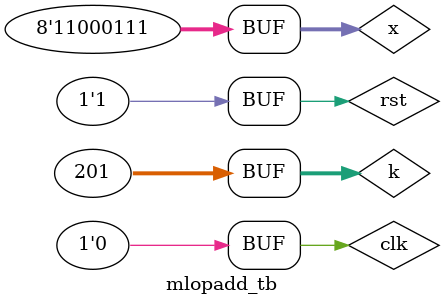
<source format=v>
module mlopadd(
  input clk, rst, b,
  input [7:0] x,
  output [31:0] a
  );
  
  wire [7:0] impar;
  
  rgst #(.w(8)) inst1(.clk(clk), .rst(rst_b), .clr(1'd0), .ld(1'd1), .d(x), .q(impar));
  rgst #(.w(32)) inst2(.clk(clk), .rst(rst_b), .clr(1'd0), .ld(1'd1), .d(a + impar), .q(a));
  
endmodule

module mlopadd_tb;
  reg vlk,rst;
  reg [7:0] x;
  reg[31:0] a;
  mlopadd inst(.clk(clk), .rst(rst), .x(x), .a(a));
  localparam CLK_PERIOD = 100, RUNNING_CYCLES = 101, RST_DURATION = 25;
  
  initial begin
    //$display("time
    clk = 0;
    repeat(2 * RUNNING_CYCLES) #(CLK_PERIOD / 2) clk = ~clk;
  end
  initial begin
    rst = 0;
    #RST_DURATION rst = 1;
  end
  integer k;
  initial begin
    x = 1;
    for(k = 3; k < 200; k = k+2)
      #CLK_PERIOD x = k;
  end
endmodule
</source>
